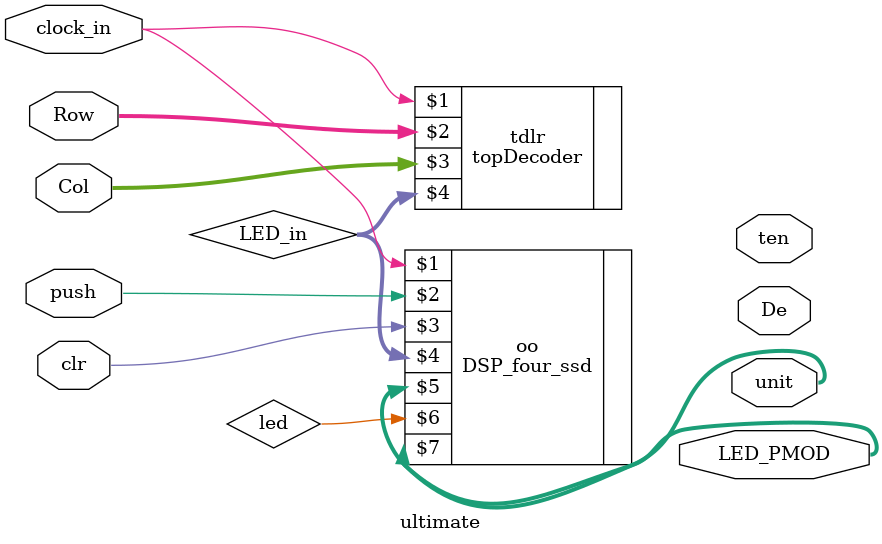
<source format=v>
`timescale 1ns / 1ps
module ultimate(
input clock_in,
input push,
input clr,
inout [3:0] Row,
inout [3:0] Col,
output [3:0] De,
output [3:0] unit,
output [3:0] ten,
output [7:0] LED_PMOD
    );
    wire [3:0] LED_in;
   
     topDecoder tdlr(   clock_in,       Row,Col,LED_in    );
           
    DSP_four_ssd oo( clock_in, push, clr,LED_in,unit,led, LED_PMOD
       );
        
endmodule

</source>
